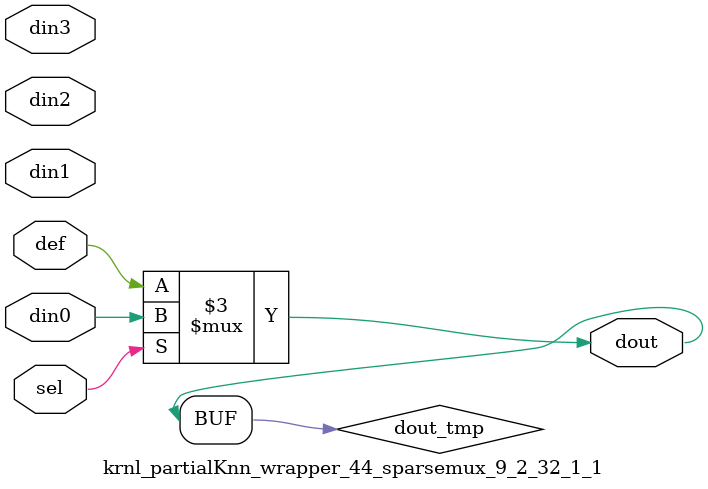
<source format=v>
`timescale 1 ns / 1 ps
module krnl_partialKnn_wrapper_44_sparsemux_9_2_32_1_1 (din0,din1,din2,din3,def,sel,dout);
parameter din0_WIDTH = 1;
parameter din1_WIDTH = 1;
parameter din2_WIDTH = 1;
parameter din3_WIDTH = 1;
parameter def_WIDTH = 1;
parameter sel_WIDTH = 1;
parameter dout_WIDTH = 1;
parameter [sel_WIDTH-1:0] CASE0 = 1;
parameter [sel_WIDTH-1:0] CASE1 = 1;
parameter [sel_WIDTH-1:0] CASE2 = 1;
parameter [sel_WIDTH-1:0] CASE3 = 1;
parameter ID = 1;
parameter NUM_STAGE = 1;
input [din0_WIDTH-1:0] din0;
input [din1_WIDTH-1:0] din1;
input [din2_WIDTH-1:0] din2;
input [din3_WIDTH-1:0] din3;
input [def_WIDTH-1:0] def;
input [sel_WIDTH-1:0] sel;
output [dout_WIDTH-1:0] dout;
reg [dout_WIDTH-1:0] dout_tmp;
always @ (*) begin
case (sel)
    
    CASE0 : dout_tmp = din0;
    
    CASE1 : dout_tmp = din1;
    
    CASE2 : dout_tmp = din2;
    
    CASE3 : dout_tmp = din3;
    
    default : dout_tmp = def;
endcase
end
assign dout = dout_tmp;
endmodule
</source>
